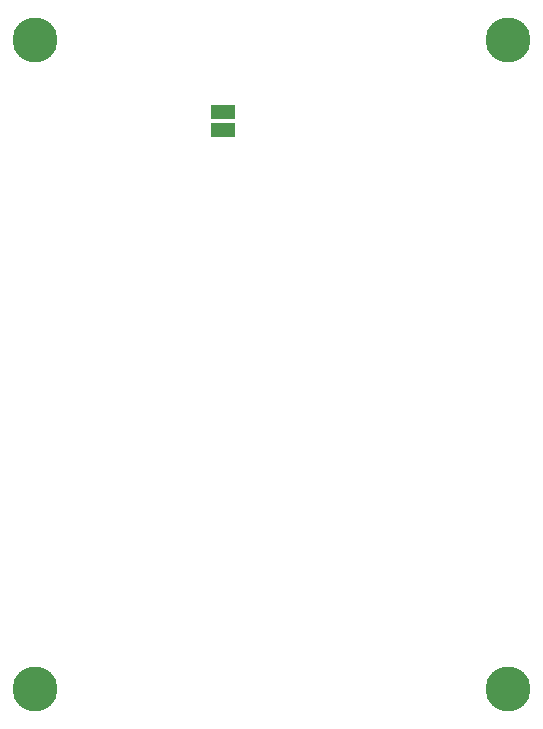
<source format=gbr>
%TF.GenerationSoftware,KiCad,Pcbnew,6.0.2+dfsg-1*%
%TF.CreationDate,2023-09-04T20:06:17+10:00*%
%TF.ProjectId,xiao-esp32c-temperature-sensor,7869616f-2d65-4737-9033-32632d74656d,rev?*%
%TF.SameCoordinates,Original*%
%TF.FileFunction,Soldermask,Bot*%
%TF.FilePolarity,Negative*%
%FSLAX46Y46*%
G04 Gerber Fmt 4.6, Leading zero omitted, Abs format (unit mm)*
G04 Created by KiCad (PCBNEW 6.0.2+dfsg-1) date 2023-09-04 20:06:17*
%MOMM*%
%LPD*%
G01*
G04 APERTURE LIST*
%ADD10C,3.800000*%
%ADD11R,2.000000X1.250000*%
G04 APERTURE END LIST*
D10*
%TO.C,H4*%
X150000000Y-92500000D03*
%TD*%
%TO.C,H3*%
X110000000Y-92500000D03*
%TD*%
%TO.C,H1*%
X110000000Y-147500000D03*
%TD*%
%TO.C,H2*%
X150000000Y-147500000D03*
%TD*%
D11*
%TO.C,U1*%
X125884000Y-98619250D03*
X125884000Y-100119250D03*
%TD*%
M02*

</source>
